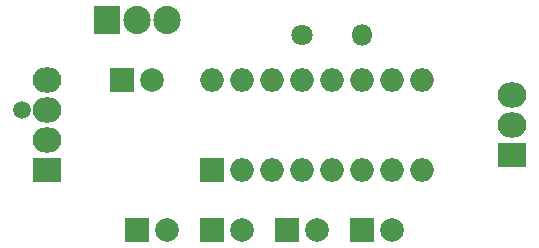
<source format=gbr>
G04 #@! TF.GenerationSoftware,KiCad,Pcbnew,(5.0.0)*
G04 #@! TF.CreationDate,2018-10-06T01:03:25+02:00*
G04 #@! TF.ProjectId,minitel_interface,6D696E6974656C5F696E746572666163,rev?*
G04 #@! TF.SameCoordinates,Original*
G04 #@! TF.FileFunction,Soldermask,Top*
G04 #@! TF.FilePolarity,Negative*
%FSLAX46Y46*%
G04 Gerber Fmt 4.6, Leading zero omitted, Abs format (unit mm)*
G04 Created by KiCad (PCBNEW (5.0.0)) date 10/06/18 01:03:25*
%MOMM*%
%LPD*%
G01*
G04 APERTURE LIST*
%ADD10R,2.000000X2.000000*%
%ADD11O,2.000000X2.000000*%
%ADD12C,2.000000*%
%ADD13R,2.430000X2.130000*%
%ADD14O,2.430000X2.130000*%
%ADD15C,1.500000*%
%ADD16C,1.800000*%
%ADD17O,1.800000X1.800000*%
%ADD18R,2.305000X2.400000*%
%ADD19O,2.305000X2.400000*%
G04 APERTURE END LIST*
D10*
G04 #@! TO.C,U2*
X50800000Y-39370000D03*
D11*
X68580000Y-31750000D03*
X53340000Y-39370000D03*
X66040000Y-31750000D03*
X55880000Y-39370000D03*
X63500000Y-31750000D03*
X58420000Y-39370000D03*
X60960000Y-31750000D03*
X60960000Y-39370000D03*
X58420000Y-31750000D03*
X63500000Y-39370000D03*
X55880000Y-31750000D03*
X66040000Y-39370000D03*
X53340000Y-31750000D03*
X68580000Y-39370000D03*
X50800000Y-31750000D03*
G04 #@! TD*
D10*
G04 #@! TO.C,C1*
X43180000Y-31750000D03*
D12*
X45680000Y-31750000D03*
G04 #@! TD*
G04 #@! TO.C,C2*
X53300000Y-44450000D03*
D10*
X50800000Y-44450000D03*
G04 #@! TD*
G04 #@! TO.C,C3*
X57150000Y-44450000D03*
D12*
X59650000Y-44450000D03*
G04 #@! TD*
G04 #@! TO.C,C4*
X46950000Y-44450000D03*
D10*
X44450000Y-44450000D03*
G04 #@! TD*
G04 #@! TO.C,C5*
X63500000Y-44450000D03*
D12*
X66000000Y-44450000D03*
G04 #@! TD*
D13*
G04 #@! TO.C,MinitelDIN5*
X36830000Y-39370000D03*
D14*
X36830000Y-36830000D03*
X36830000Y-34290000D03*
X36830000Y-31750000D03*
D15*
X34670000Y-34290000D03*
G04 #@! TD*
D13*
G04 #@! TO.C,PC-Serial1*
X76200000Y-38100000D03*
D14*
X76200000Y-35560000D03*
X76200000Y-33020000D03*
G04 #@! TD*
D16*
G04 #@! TO.C,R1*
X58420000Y-27940000D03*
D17*
X63500000Y-27940000D03*
G04 #@! TD*
D18*
G04 #@! TO.C,U1*
X41910000Y-26670000D03*
D19*
X44450000Y-26670000D03*
X46990000Y-26670000D03*
G04 #@! TD*
M02*

</source>
